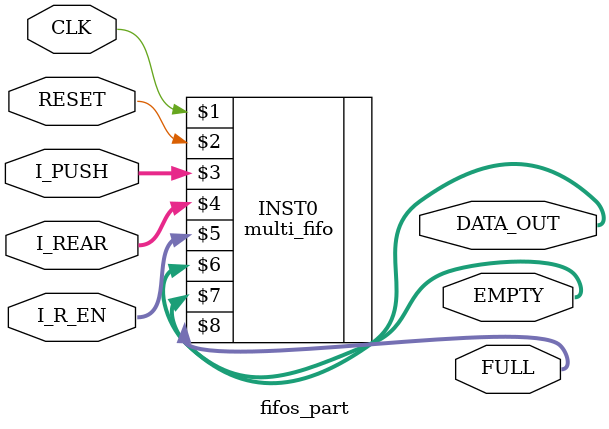
<source format=v>
`timescale 1ns / 1ps
module fifos_part (CLK, RESET, I_PUSH, I_REAR, I_R_EN, DATA_OUT, EMPTY, FULL);
    parameter 	NO_FIFO	= 4;
	parameter	WIDTH		= 16;	
	
	input								CLK, RESET;
	input		[NO_FIFO-1:0]			I_R_EN;
	input		[NO_FIFO-1:0]			I_PUSH;
	input		[NO_FIFO*WIDTH-1:0]	I_REAR;

	output	    [NO_FIFO*WIDTH-1:0]	DATA_OUT;
	output	    [NO_FIFO-1:0] 			FULL;
	output	    [NO_FIFO-1:0]			EMPTY;
    multi_fifo INST0 (
                        CLK, 
                        RESET, 
                        I_PUSH, 
                        I_REAR, 
                        I_R_EN, 
                        DATA_OUT, 
                        EMPTY, 
                        FULL
                   );
endmodule

</source>
